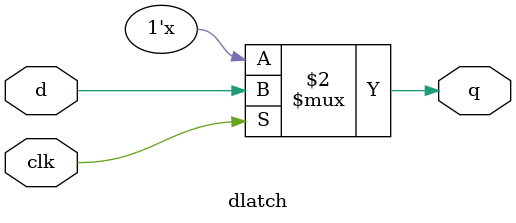
<source format=v>
`timescale 1ns / 1ps


module dlatch(
    input d,
    output reg q,
    input clk
    );
    
    
        always @(clk or d) begin
                if (clk)
                    q <= d;
        end
endmodule

</source>
